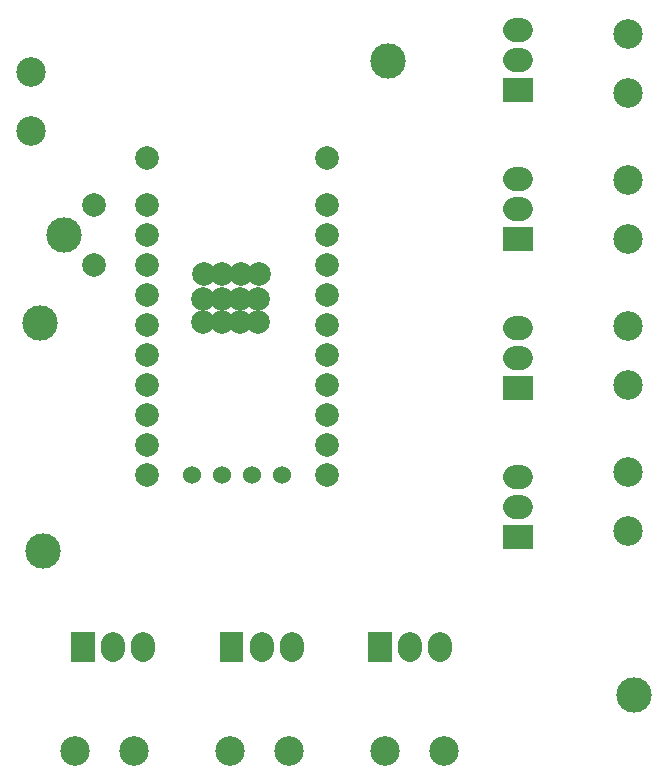
<source format=gtl>
G04 Layer: TopLayer*
G04 EasyEDA v6.5.9, 2022-12-22 19:00:11*
G04 6f40e2f5e4d2417a89e148ba27438c90,5dd06754fdd742daa6fe38bf62b7df6b,10*
G04 Gerber Generator version 0.2*
G04 Scale: 100 percent, Rotated: No, Reflected: No *
G04 Dimensions in millimeters *
G04 leading zeros omitted , absolute positions ,4 integer and 5 decimal *
%FSLAX45Y45*%
%MOMM*%

%ADD10C,2.5000*%
%ADD11C,2.0000*%
%ADD12C,3.0000*%
%ADD13C,1.5240*%

%LPD*%
D10*
G01*
X1348308Y6366687D03*
G01*
X1348308Y6866686D03*
G36*
X5350832Y6609758D02*
G01*
X5350832Y6809910D01*
X5600768Y6809910D01*
X5600768Y6609758D01*
G37*
G36*
X5350832Y5348223D02*
G01*
X5350832Y5548376D01*
X5600768Y5548376D01*
X5600768Y5348223D01*
G37*
G36*
X5350832Y4086692D02*
G01*
X5350832Y4286844D01*
X5600768Y4286844D01*
X5600768Y4086692D01*
G37*
G36*
X5350832Y2825158D02*
G01*
X5350832Y3025310D01*
X5600768Y3025310D01*
X5600768Y2825158D01*
G37*
G36*
X1692724Y2118868D02*
G01*
X1892876Y2118868D01*
X1892876Y1868931D01*
X1692724Y1868931D01*
G37*
G36*
X2950024Y2118865D02*
G01*
X3150176Y2118865D01*
X3150176Y1868929D01*
X2950024Y1868929D01*
G37*
G36*
X4207324Y2118865D02*
G01*
X4407476Y2118865D01*
X4407476Y1868929D01*
X4207324Y1868929D01*
G37*
D11*
G01*
X1881708Y5232400D03*
D12*
G01*
X1631721Y5486400D03*
D11*
G01*
X1881708Y5740400D03*
G01*
X3853103Y6131204D03*
G01*
X3853103Y5738190D03*
G01*
X3853103Y5484190D03*
G01*
X3853103Y5230190D03*
G01*
X3853103Y4976190D03*
G01*
X3853103Y4722190D03*
G01*
X3853103Y4468190D03*
G01*
X3853103Y4214190D03*
G01*
X3853103Y3960190D03*
G01*
X3853103Y3706190D03*
G01*
X3853103Y3452190D03*
D13*
G01*
X3472103Y3452190D03*
G01*
X3218103Y3452190D03*
G01*
X2964103Y3452190D03*
G01*
X2710103Y3452190D03*
D11*
G01*
X2329103Y3452190D03*
G01*
X2329103Y3706190D03*
G01*
X2329103Y3960190D03*
G01*
X2329103Y4214190D03*
G01*
X2329103Y4468190D03*
G01*
X2329103Y4722190D03*
G01*
X2329103Y4976190D03*
G01*
X2329103Y5230190D03*
G01*
X2329103Y5484190D03*
G01*
X2329103Y5738190D03*
G01*
X2329103Y6131204D03*
D10*
G01*
X6402908Y5448071D03*
G01*
X6402908Y5948070D03*
G01*
X6402908Y4211929D03*
G01*
X6402908Y4711928D03*
G01*
X6402908Y6684187D03*
G01*
X6402908Y7184186D03*
G01*
X6402908Y2975787D03*
G01*
X6402908Y3475786D03*
G01*
X1720595Y1117600D03*
G01*
X2220595Y1117600D03*
G01*
X3035045Y1117600D03*
G01*
X3535045Y1117600D03*
G01*
X4349495Y1117600D03*
G01*
X4849495Y1117600D03*
D12*
G01*
X1424508Y4737100D03*
G01*
X4370908Y6953250D03*
G01*
X1449908Y2806700D03*
G01*
X6453708Y1587500D03*
D11*
G01*
X2814421Y5156200D03*
G01*
X3126308Y5156200D03*
G01*
X2970377Y5156200D03*
G01*
X3282238Y5156200D03*
G01*
X2808808Y4940300D03*
G01*
X2964738Y4940300D03*
G01*
X3120669Y4940300D03*
G01*
X3276600Y4940300D03*
G01*
X2808808Y4749800D03*
G01*
X2964738Y4749800D03*
G01*
X3120669Y4749800D03*
G01*
X3276600Y4749800D03*
X5450806Y7217841D02*
G01*
X5500809Y7217841D01*
X5450806Y6963841D02*
G01*
X5500809Y6963841D01*
X5450806Y5956300D02*
G01*
X5500809Y5956300D01*
X5450806Y5702300D02*
G01*
X5500809Y5702300D01*
X5450806Y4694758D02*
G01*
X5500809Y4694758D01*
X5450806Y4440758D02*
G01*
X5500809Y4440758D01*
X5450806Y3433241D02*
G01*
X5500809Y3433241D01*
X5450806Y3179241D02*
G01*
X5500809Y3179241D01*
X2300808Y2018898D02*
G01*
X2300808Y1968898D01*
X2046808Y2018898D02*
G01*
X2046808Y1968898D01*
X3558108Y2018898D02*
G01*
X3558108Y1968898D01*
X3304108Y2018898D02*
G01*
X3304108Y1968898D01*
X4815408Y2018898D02*
G01*
X4815408Y1968898D01*
X4561408Y2018898D02*
G01*
X4561408Y1968898D01*
M02*

</source>
